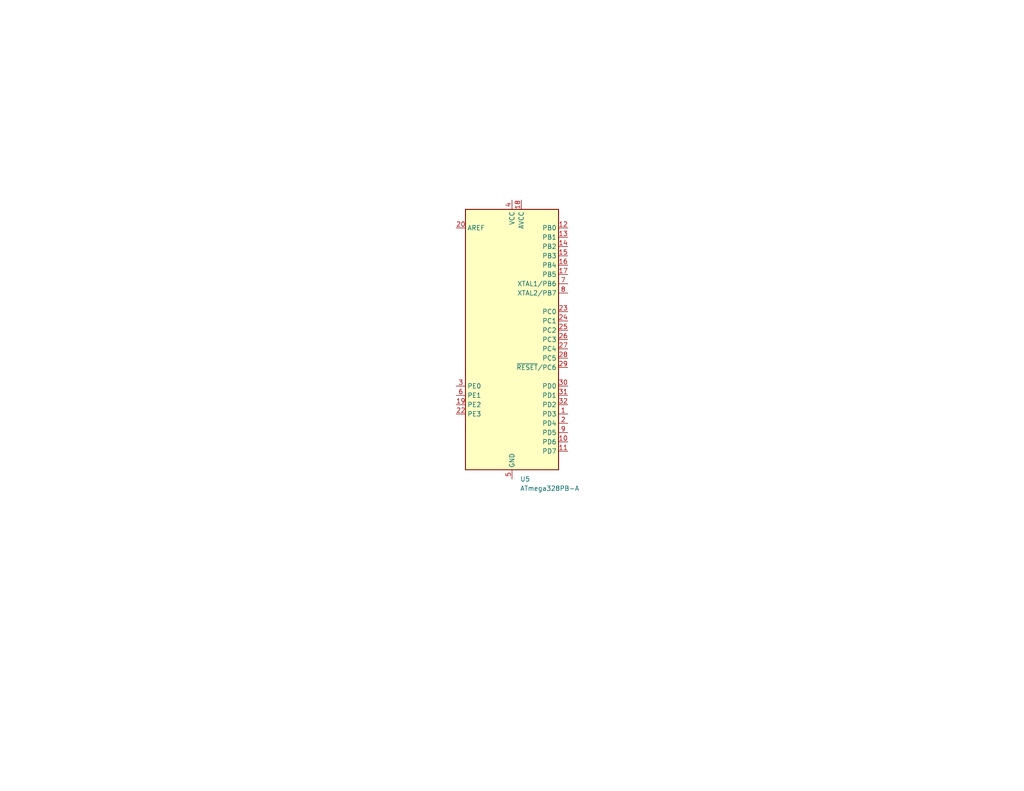
<source format=kicad_sch>
(kicad_sch
	(version 20231120)
	(generator "eeschema")
	(generator_version "8.0")
	(uuid "0bac8e6a-50a7-4e9f-b2df-095236f8845a")
	(paper "A")
	(title_block
		(title "Main Bluetooth Speaker")
		(date "2024-09-06")
		(rev "A")
		(company "Synergy Electronics")
	)
	(lib_symbols
		(symbol "MCU_Microchip_ATmega:ATmega328PB-A"
			(exclude_from_sim no)
			(in_bom yes)
			(on_board yes)
			(property "Reference" "U"
				(at -12.7 36.83 0)
				(effects
					(font
						(size 1.27 1.27)
					)
					(justify left bottom)
				)
			)
			(property "Value" "ATmega328PB-A"
				(at 2.54 -36.83 0)
				(effects
					(font
						(size 1.27 1.27)
					)
					(justify left top)
				)
			)
			(property "Footprint" "Package_QFP:TQFP-32_7x7mm_P0.8mm"
				(at 0 0 0)
				(effects
					(font
						(size 1.27 1.27)
						(italic yes)
					)
					(hide yes)
				)
			)
			(property "Datasheet" "http://ww1.microchip.com/downloads/en/DeviceDoc/40001906C.pdf"
				(at 0 0 0)
				(effects
					(font
						(size 1.27 1.27)
					)
					(hide yes)
				)
			)
			(property "Description" "20MHz, 32kB Flash, 2kB SRAM, 1kB EEPROM, TQFP-32"
				(at 0 0 0)
				(effects
					(font
						(size 1.27 1.27)
					)
					(hide yes)
				)
			)
			(property "ki_keywords" "AVR 8bit Microcontroller MegaAVR"
				(at 0 0 0)
				(effects
					(font
						(size 1.27 1.27)
					)
					(hide yes)
				)
			)
			(property "ki_fp_filters" "TQFP*7x7mm*P0.8mm*"
				(at 0 0 0)
				(effects
					(font
						(size 1.27 1.27)
					)
					(hide yes)
				)
			)
			(symbol "ATmega328PB-A_0_1"
				(rectangle
					(start -12.7 -35.56)
					(end 12.7 35.56)
					(stroke
						(width 0.254)
						(type default)
					)
					(fill
						(type background)
					)
				)
			)
			(symbol "ATmega328PB-A_1_1"
				(pin bidirectional line
					(at 15.24 -20.32 180)
					(length 2.54)
					(name "PD3"
						(effects
							(font
								(size 1.27 1.27)
							)
						)
					)
					(number "1"
						(effects
							(font
								(size 1.27 1.27)
							)
						)
					)
				)
				(pin bidirectional line
					(at 15.24 -27.94 180)
					(length 2.54)
					(name "PD6"
						(effects
							(font
								(size 1.27 1.27)
							)
						)
					)
					(number "10"
						(effects
							(font
								(size 1.27 1.27)
							)
						)
					)
				)
				(pin bidirectional line
					(at 15.24 -30.48 180)
					(length 2.54)
					(name "PD7"
						(effects
							(font
								(size 1.27 1.27)
							)
						)
					)
					(number "11"
						(effects
							(font
								(size 1.27 1.27)
							)
						)
					)
				)
				(pin bidirectional line
					(at 15.24 30.48 180)
					(length 2.54)
					(name "PB0"
						(effects
							(font
								(size 1.27 1.27)
							)
						)
					)
					(number "12"
						(effects
							(font
								(size 1.27 1.27)
							)
						)
					)
				)
				(pin bidirectional line
					(at 15.24 27.94 180)
					(length 2.54)
					(name "PB1"
						(effects
							(font
								(size 1.27 1.27)
							)
						)
					)
					(number "13"
						(effects
							(font
								(size 1.27 1.27)
							)
						)
					)
				)
				(pin bidirectional line
					(at 15.24 25.4 180)
					(length 2.54)
					(name "PB2"
						(effects
							(font
								(size 1.27 1.27)
							)
						)
					)
					(number "14"
						(effects
							(font
								(size 1.27 1.27)
							)
						)
					)
				)
				(pin bidirectional line
					(at 15.24 22.86 180)
					(length 2.54)
					(name "PB3"
						(effects
							(font
								(size 1.27 1.27)
							)
						)
					)
					(number "15"
						(effects
							(font
								(size 1.27 1.27)
							)
						)
					)
				)
				(pin bidirectional line
					(at 15.24 20.32 180)
					(length 2.54)
					(name "PB4"
						(effects
							(font
								(size 1.27 1.27)
							)
						)
					)
					(number "16"
						(effects
							(font
								(size 1.27 1.27)
							)
						)
					)
				)
				(pin bidirectional line
					(at 15.24 17.78 180)
					(length 2.54)
					(name "PB5"
						(effects
							(font
								(size 1.27 1.27)
							)
						)
					)
					(number "17"
						(effects
							(font
								(size 1.27 1.27)
							)
						)
					)
				)
				(pin power_in line
					(at 2.54 38.1 270)
					(length 2.54)
					(name "AVCC"
						(effects
							(font
								(size 1.27 1.27)
							)
						)
					)
					(number "18"
						(effects
							(font
								(size 1.27 1.27)
							)
						)
					)
				)
				(pin bidirectional line
					(at -15.24 -17.78 0)
					(length 2.54)
					(name "PE2"
						(effects
							(font
								(size 1.27 1.27)
							)
						)
					)
					(number "19"
						(effects
							(font
								(size 1.27 1.27)
							)
						)
					)
				)
				(pin bidirectional line
					(at 15.24 -22.86 180)
					(length 2.54)
					(name "PD4"
						(effects
							(font
								(size 1.27 1.27)
							)
						)
					)
					(number "2"
						(effects
							(font
								(size 1.27 1.27)
							)
						)
					)
				)
				(pin passive line
					(at -15.24 30.48 0)
					(length 2.54)
					(name "AREF"
						(effects
							(font
								(size 1.27 1.27)
							)
						)
					)
					(number "20"
						(effects
							(font
								(size 1.27 1.27)
							)
						)
					)
				)
				(pin passive line
					(at 0 -38.1 90)
					(length 2.54) hide
					(name "GND"
						(effects
							(font
								(size 1.27 1.27)
							)
						)
					)
					(number "21"
						(effects
							(font
								(size 1.27 1.27)
							)
						)
					)
				)
				(pin bidirectional line
					(at -15.24 -20.32 0)
					(length 2.54)
					(name "PE3"
						(effects
							(font
								(size 1.27 1.27)
							)
						)
					)
					(number "22"
						(effects
							(font
								(size 1.27 1.27)
							)
						)
					)
				)
				(pin bidirectional line
					(at 15.24 7.62 180)
					(length 2.54)
					(name "PC0"
						(effects
							(font
								(size 1.27 1.27)
							)
						)
					)
					(number "23"
						(effects
							(font
								(size 1.27 1.27)
							)
						)
					)
				)
				(pin bidirectional line
					(at 15.24 5.08 180)
					(length 2.54)
					(name "PC1"
						(effects
							(font
								(size 1.27 1.27)
							)
						)
					)
					(number "24"
						(effects
							(font
								(size 1.27 1.27)
							)
						)
					)
				)
				(pin bidirectional line
					(at 15.24 2.54 180)
					(length 2.54)
					(name "PC2"
						(effects
							(font
								(size 1.27 1.27)
							)
						)
					)
					(number "25"
						(effects
							(font
								(size 1.27 1.27)
							)
						)
					)
				)
				(pin bidirectional line
					(at 15.24 0 180)
					(length 2.54)
					(name "PC3"
						(effects
							(font
								(size 1.27 1.27)
							)
						)
					)
					(number "26"
						(effects
							(font
								(size 1.27 1.27)
							)
						)
					)
				)
				(pin bidirectional line
					(at 15.24 -2.54 180)
					(length 2.54)
					(name "PC4"
						(effects
							(font
								(size 1.27 1.27)
							)
						)
					)
					(number "27"
						(effects
							(font
								(size 1.27 1.27)
							)
						)
					)
				)
				(pin bidirectional line
					(at 15.24 -5.08 180)
					(length 2.54)
					(name "PC5"
						(effects
							(font
								(size 1.27 1.27)
							)
						)
					)
					(number "28"
						(effects
							(font
								(size 1.27 1.27)
							)
						)
					)
				)
				(pin bidirectional line
					(at 15.24 -7.62 180)
					(length 2.54)
					(name "~{RESET}/PC6"
						(effects
							(font
								(size 1.27 1.27)
							)
						)
					)
					(number "29"
						(effects
							(font
								(size 1.27 1.27)
							)
						)
					)
				)
				(pin bidirectional line
					(at -15.24 -12.7 0)
					(length 2.54)
					(name "PE0"
						(effects
							(font
								(size 1.27 1.27)
							)
						)
					)
					(number "3"
						(effects
							(font
								(size 1.27 1.27)
							)
						)
					)
				)
				(pin bidirectional line
					(at 15.24 -12.7 180)
					(length 2.54)
					(name "PD0"
						(effects
							(font
								(size 1.27 1.27)
							)
						)
					)
					(number "30"
						(effects
							(font
								(size 1.27 1.27)
							)
						)
					)
				)
				(pin bidirectional line
					(at 15.24 -15.24 180)
					(length 2.54)
					(name "PD1"
						(effects
							(font
								(size 1.27 1.27)
							)
						)
					)
					(number "31"
						(effects
							(font
								(size 1.27 1.27)
							)
						)
					)
				)
				(pin bidirectional line
					(at 15.24 -17.78 180)
					(length 2.54)
					(name "PD2"
						(effects
							(font
								(size 1.27 1.27)
							)
						)
					)
					(number "32"
						(effects
							(font
								(size 1.27 1.27)
							)
						)
					)
				)
				(pin power_in line
					(at 0 38.1 270)
					(length 2.54)
					(name "VCC"
						(effects
							(font
								(size 1.27 1.27)
							)
						)
					)
					(number "4"
						(effects
							(font
								(size 1.27 1.27)
							)
						)
					)
				)
				(pin power_in line
					(at 0 -38.1 90)
					(length 2.54)
					(name "GND"
						(effects
							(font
								(size 1.27 1.27)
							)
						)
					)
					(number "5"
						(effects
							(font
								(size 1.27 1.27)
							)
						)
					)
				)
				(pin bidirectional line
					(at -15.24 -15.24 0)
					(length 2.54)
					(name "PE1"
						(effects
							(font
								(size 1.27 1.27)
							)
						)
					)
					(number "6"
						(effects
							(font
								(size 1.27 1.27)
							)
						)
					)
				)
				(pin bidirectional line
					(at 15.24 15.24 180)
					(length 2.54)
					(name "XTAL1/PB6"
						(effects
							(font
								(size 1.27 1.27)
							)
						)
					)
					(number "7"
						(effects
							(font
								(size 1.27 1.27)
							)
						)
					)
				)
				(pin bidirectional line
					(at 15.24 12.7 180)
					(length 2.54)
					(name "XTAL2/PB7"
						(effects
							(font
								(size 1.27 1.27)
							)
						)
					)
					(number "8"
						(effects
							(font
								(size 1.27 1.27)
							)
						)
					)
				)
				(pin bidirectional line
					(at 15.24 -25.4 180)
					(length 2.54)
					(name "PD5"
						(effects
							(font
								(size 1.27 1.27)
							)
						)
					)
					(number "9"
						(effects
							(font
								(size 1.27 1.27)
							)
						)
					)
				)
			)
		)
	)
	(symbol
		(lib_id "MCU_Microchip_ATmega:ATmega328PB-A")
		(at 139.7 92.71 0)
		(unit 1)
		(exclude_from_sim no)
		(in_bom yes)
		(on_board yes)
		(dnp no)
		(fields_autoplaced yes)
		(uuid "e5e0177c-6d9c-4e87-9c89-ece2d6cfed10")
		(property "Reference" "U1"
			(at 141.8941 130.81 0)
			(effects
				(font
					(size 1.27 1.27)
				)
				(justify left)
			)
		)
		(property "Value" "ATmega328PB-A"
			(at 141.8941 133.35 0)
			(effects
				(font
					(size 1.27 1.27)
				)
				(justify left)
			)
		)
		(property "Footprint" "Package_QFP:TQFP-32_7x7mm_P0.8mm"
			(at 139.7 92.71 0)
			(effects
				(font
					(size 1.27 1.27)
					(italic yes)
				)
				(hide yes)
			)
		)
		(property "Datasheet" "http://ww1.microchip.com/downloads/en/DeviceDoc/40001906C.pdf"
			(at 139.7 92.71 0)
			(effects
				(font
					(size 1.27 1.27)
				)
				(hide yes)
			)
		)
		(property "Description" "20MHz, 32kB Flash, 2kB SRAM, 1kB EEPROM, TQFP-32"
			(at 139.7 92.71 0)
			(effects
				(font
					(size 1.27 1.27)
				)
				(hide yes)
			)
		)
		(pin "21"
			(uuid "c84a9065-bd71-4953-a94d-d194165265c7")
		)
		(pin "15"
			(uuid "c1838da5-782c-42b4-874b-1b3ad4c55156")
		)
		(pin "16"
			(uuid "ff477420-b855-47eb-84fb-0b4104d8d607")
		)
		(pin "23"
			(uuid "968c3f03-5013-44bc-9ca9-164d669dd173")
		)
		(pin "29"
			(uuid "88f62c07-2b67-4db4-84e8-10bc6fdcc008")
		)
		(pin "2"
			(uuid "10872a2f-57d6-446f-adc3-49e8c9ec9a6c")
		)
		(pin "17"
			(uuid "c4097c33-6c6a-42c2-b80f-6a9c9492e8ed")
		)
		(pin "3"
			(uuid "0c11cc3f-1b46-4b60-b2ff-92af4a92d566")
		)
		(pin "11"
			(uuid "288b81d6-b245-413b-83df-10f65809c418")
		)
		(pin "5"
			(uuid "51ed93ea-48c6-48d2-8bee-428989103abf")
		)
		(pin "7"
			(uuid "3951641e-4027-4f0d-b14c-7d3ae2d247a1")
		)
		(pin "12"
			(uuid "e104a8a3-1528-47a5-9806-ad41a527f396")
		)
		(pin "19"
			(uuid "35140b98-4736-4f1e-b6f6-4317572be37e")
		)
		(pin "32"
			(uuid "f8c97973-a39a-4d99-86cc-951165d4608f")
		)
		(pin "1"
			(uuid "9bee3211-61f6-4ca9-9005-3fde9dccfeed")
		)
		(pin "4"
			(uuid "d9997ec7-6d63-4dff-96b6-6c94b4ae5995")
		)
		(pin "20"
			(uuid "cffb9bf3-c848-4118-a1a0-f254cae5afdf")
		)
		(pin "28"
			(uuid "a1b7fc6b-bca4-42d5-960a-c492dc7cb53f")
		)
		(pin "8"
			(uuid "ce467fc6-14d0-4619-a5e1-c87bfc18aa0a")
		)
		(pin "13"
			(uuid "731e2517-34e7-4455-8a8d-0ab13fac5676")
		)
		(pin "26"
			(uuid "a5ca4b0e-892e-4019-a2fa-72abea5ffb42")
		)
		(pin "25"
			(uuid "6f5ee68c-b055-489b-a266-a83716baa3b3")
		)
		(pin "24"
			(uuid "870d5368-5d37-48c9-99d9-af063d673d09")
		)
		(pin "10"
			(uuid "773411bc-9079-43c0-93d7-677fe0a943b5")
		)
		(pin "14"
			(uuid "51628428-a312-41ec-bb6f-d3b38a7b8a7f")
		)
		(pin "31"
			(uuid "a162b3ae-4f88-4ced-9a79-164b188c45b1")
		)
		(pin "9"
			(uuid "bb3ef474-331d-44e3-a9fa-92f65bb52571")
		)
		(pin "22"
			(uuid "5ac34af2-46a3-4a15-b4c8-ac5925fae48a")
		)
		(pin "6"
			(uuid "1bdf9750-888a-4dd5-8f1f-8bd4719b7263")
		)
		(pin "30"
			(uuid "050b107a-0aef-4158-9cfe-e9d92a639f2a")
		)
		(pin "18"
			(uuid "9e26e12c-48fe-4a50-8b7e-e37a8f833a09")
		)
		(pin "27"
			(uuid "fc9c0605-38ff-4ac8-bc76-94d1e245deb1")
		)
		(instances
			(project "Senior Design"
				(path "/6d945755-609b-486d-b2f3-c6d7455285fb/4b2382b5-75ee-4a21-9e34-1df408e60099"
					(reference "U5")
					(unit 1)
				)
				(path "/6d945755-609b-486d-b2f3-c6d7455285fb/700520e2-6857-4e4c-9990-9767fa4c47c9"
					(reference "U1")
					(unit 1)
				)
				(path "/6d945755-609b-486d-b2f3-c6d7455285fb/bc296060-5419-4e5f-afe0-36359cd66d77"
					(reference "U3")
					(unit 1)
				)
				(path "/6d945755-609b-486d-b2f3-c6d7455285fb/cd17efb3-625d-4c77-9b65-77502f2cc321"
					(reference "U4")
					(unit 1)
				)
				(path "/6d945755-609b-486d-b2f3-c6d7455285fb/d6970cec-0f7e-4fa7-9419-e9c44619e890"
					(reference "U2")
					(unit 1)
				)
			)
		)
	)
)

</source>
